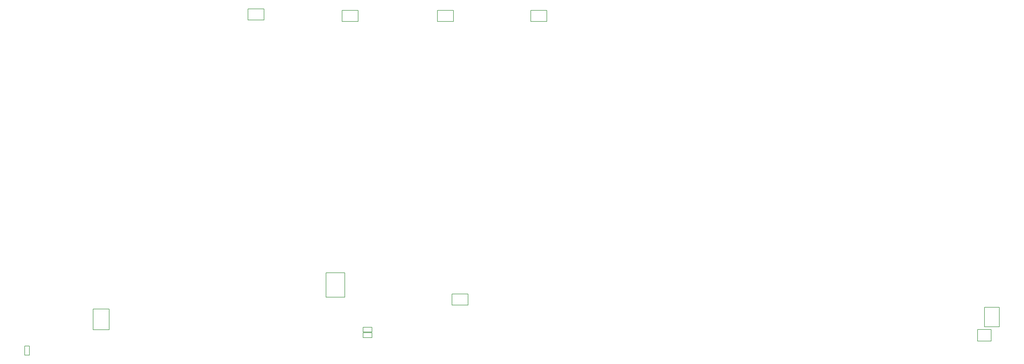
<source format=gbr>
%TF.GenerationSoftware,Altium Limited,Altium Designer,21.6.4 (81)*%
G04 Layer_Color=16711935*
%FSLAX43Y43*%
%MOMM*%
%TF.SameCoordinates,9BCA014A-4D13-4940-A32C-4131998200A9*%
%TF.FilePolarity,Positive*%
%TF.FileFunction,Other,Bottom_Courtyard*%
%TF.Part,Single*%
G01*
G75*
%TA.AperFunction,NonConductor*%
%ADD90C,0.200*%
D90*
X187040Y37790D02*
X193460D01*
Y29460D02*
Y37790D01*
X187040Y29460D02*
X193460D01*
X187040D02*
Y37790D01*
X410367Y18310D02*
X414979D01*
X410367Y14410D02*
Y18310D01*
Y14410D02*
X414979D01*
Y18310D01*
X107137Y18238D02*
X112637D01*
X107137D02*
Y25388D01*
X112637D01*
Y18238D02*
Y25388D01*
X417789Y19283D02*
Y25989D01*
X412689D02*
X417789D01*
X412689Y19283D02*
Y25989D01*
Y19283D02*
X417789D01*
X199675Y17500D02*
Y19150D01*
X202775D01*
Y17500D02*
Y19150D01*
X199675Y17500D02*
X202775D01*
X199675Y15575D02*
Y17225D01*
X202775D01*
Y15575D02*
Y17225D01*
X199675Y15575D02*
X202775D01*
X262728Y124097D02*
Y127903D01*
X257222Y124097D02*
X262728D01*
X257222D02*
Y127903D01*
X262728D01*
X198028Y124097D02*
Y127903D01*
X192522Y124097D02*
X198028D01*
X192522D02*
Y127903D01*
X198028D01*
X160247Y128403D02*
X165753D01*
X160247Y124597D02*
Y128403D01*
Y124597D02*
X165753D01*
Y128403D01*
X225222Y127903D02*
X230728D01*
X225222Y124097D02*
Y127903D01*
Y124097D02*
X230728D01*
Y127903D01*
X230172Y30503D02*
X235678D01*
X230172Y26697D02*
Y30503D01*
Y26697D02*
X235678D01*
Y30503D01*
X83700Y9575D02*
X85350D01*
X83700D02*
Y12675D01*
X85350D01*
Y9575D02*
Y12675D01*
%TF.MD5,01bf16b832af34cb7881a604a0ba09b2*%
M02*

</source>
